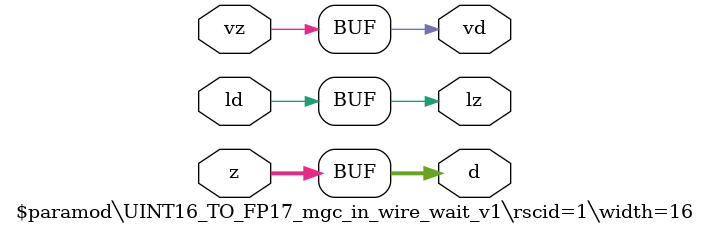
<source format=v>
module \$paramod\UINT16_TO_FP17_mgc_in_wire_wait_v1\rscid=1\width=16 (ld, vd, d, lz, vz, z);
  (* src = "./vmod/vlibs/HLS_uint16_to_fp17.v:14" *)
  output [15:0] d;
  (* src = "./vmod/vlibs/HLS_uint16_to_fp17.v:12" *)
  input ld;
  (* src = "./vmod/vlibs/HLS_uint16_to_fp17.v:15" *)
  output lz;
  (* src = "./vmod/vlibs/HLS_uint16_to_fp17.v:13" *)
  output vd;
  (* src = "./vmod/vlibs/HLS_uint16_to_fp17.v:16" *)
  input vz;
  (* src = "./vmod/vlibs/HLS_uint16_to_fp17.v:17" *)
  input [15:0] z;
  assign d = z;
  assign lz = ld;
  assign vd = vz;
endmodule

</source>
